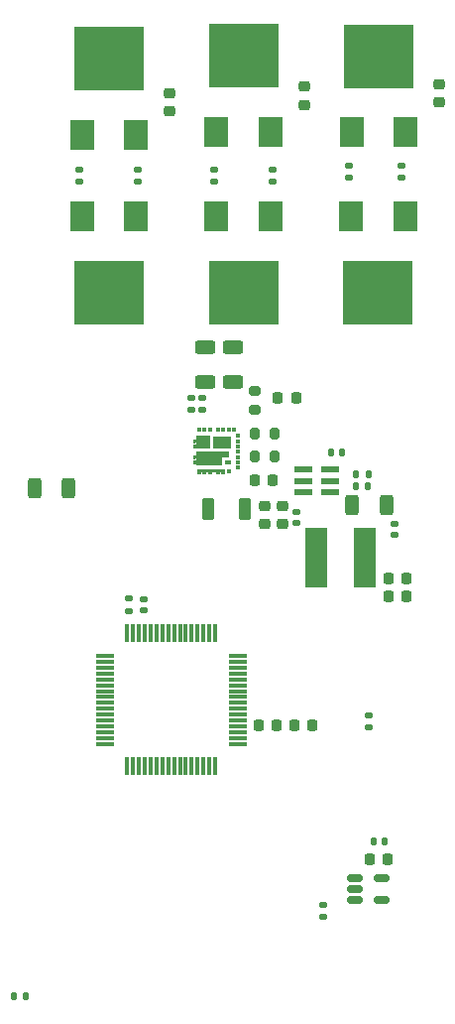
<source format=gbr>
%TF.GenerationSoftware,KiCad,Pcbnew,9.0.2*%
%TF.CreationDate,2025-08-16T18:35:03-07:00*%
%TF.ProjectId,Transmitter,5472616e-736d-4697-9474-65722e6b6963,rev?*%
%TF.SameCoordinates,Original*%
%TF.FileFunction,Paste,Top*%
%TF.FilePolarity,Positive*%
%FSLAX46Y46*%
G04 Gerber Fmt 4.6, Leading zero omitted, Abs format (unit mm)*
G04 Created by KiCad (PCBNEW 9.0.2) date 2025-08-16 18:35:03*
%MOMM*%
%LPD*%
G01*
G04 APERTURE LIST*
G04 Aperture macros list*
%AMRoundRect*
0 Rectangle with rounded corners*
0 $1 Rounding radius*
0 $2 $3 $4 $5 $6 $7 $8 $9 X,Y pos of 4 corners*
0 Add a 4 corners polygon primitive as box body*
4,1,4,$2,$3,$4,$5,$6,$7,$8,$9,$2,$3,0*
0 Add four circle primitives for the rounded corners*
1,1,$1+$1,$2,$3*
1,1,$1+$1,$4,$5*
1,1,$1+$1,$6,$7*
1,1,$1+$1,$8,$9*
0 Add four rect primitives between the rounded corners*
20,1,$1+$1,$2,$3,$4,$5,0*
20,1,$1+$1,$4,$5,$6,$7,0*
20,1,$1+$1,$6,$7,$8,$9,0*
20,1,$1+$1,$8,$9,$2,$3,0*%
G04 Aperture macros list end*
%ADD10C,0.000000*%
%ADD11RoundRect,0.218750X0.218750X0.256250X-0.218750X0.256250X-0.218750X-0.256250X0.218750X-0.256250X0*%
%ADD12RoundRect,0.073750X-0.651250X-0.221250X0.651250X-0.221250X0.651250X0.221250X-0.651250X0.221250X0*%
%ADD13RoundRect,0.250000X-0.625000X0.312500X-0.625000X-0.312500X0.625000X-0.312500X0.625000X0.312500X0*%
%ADD14RoundRect,0.250000X-0.312500X-0.625000X0.312500X-0.625000X0.312500X0.625000X-0.312500X0.625000X0*%
%ADD15RoundRect,0.250000X0.312500X0.625000X-0.312500X0.625000X-0.312500X-0.625000X0.312500X-0.625000X0*%
%ADD16RoundRect,0.225000X-0.225000X-0.250000X0.225000X-0.250000X0.225000X0.250000X-0.225000X0.250000X0*%
%ADD17RoundRect,0.225000X0.250000X-0.225000X0.250000X0.225000X-0.250000X0.225000X-0.250000X-0.225000X0*%
%ADD18RoundRect,0.225000X0.225000X0.250000X-0.225000X0.250000X-0.225000X-0.250000X0.225000X-0.250000X0*%
%ADD19RoundRect,0.140000X0.170000X-0.140000X0.170000X0.140000X-0.170000X0.140000X-0.170000X-0.140000X0*%
%ADD20RoundRect,0.140000X0.140000X0.170000X-0.140000X0.170000X-0.140000X-0.170000X0.140000X-0.170000X0*%
%ADD21R,2.000000X2.500000*%
%ADD22R,6.000000X5.500000*%
%ADD23RoundRect,0.225000X-0.250000X0.225000X-0.250000X-0.225000X0.250000X-0.225000X0.250000X0.225000X0*%
%ADD24RoundRect,0.200000X-0.275000X0.200000X-0.275000X-0.200000X0.275000X-0.200000X0.275000X0.200000X0*%
%ADD25RoundRect,0.135000X-0.185000X0.135000X-0.185000X-0.135000X0.185000X-0.135000X0.185000X0.135000X0*%
%ADD26RoundRect,0.135000X0.185000X-0.135000X0.185000X0.135000X-0.185000X0.135000X-0.185000X-0.135000X0*%
%ADD27RoundRect,0.200000X-0.200000X-0.275000X0.200000X-0.275000X0.200000X0.275000X-0.200000X0.275000X0*%
%ADD28RoundRect,0.075000X-0.700000X-0.075000X0.700000X-0.075000X0.700000X0.075000X-0.700000X0.075000X0*%
%ADD29RoundRect,0.075000X-0.075000X-0.700000X0.075000X-0.700000X0.075000X0.700000X-0.075000X0.700000X0*%
%ADD30RoundRect,0.250000X0.275000X0.700000X-0.275000X0.700000X-0.275000X-0.700000X0.275000X-0.700000X0*%
%ADD31RoundRect,0.150000X-0.512500X-0.150000X0.512500X-0.150000X0.512500X0.150000X-0.512500X0.150000X0*%
%ADD32RoundRect,0.135000X0.135000X0.185000X-0.135000X0.185000X-0.135000X-0.185000X0.135000X-0.185000X0*%
%ADD33R,1.900000X5.100000*%
%ADD34R,0.254000X0.304800*%
%ADD35R,0.304800X0.152400*%
%ADD36R,0.304800X0.457200*%
%ADD37R,0.457200X0.304800*%
%ADD38R,1.574800X1.050000*%
%ADD39C,0.127000*%
%ADD40R,0.580009X0.380009*%
G04 APERTURE END LIST*
D10*
%TO.C,U5*%
G36*
X108112411Y-70275005D02*
G01*
X106708407Y-70277401D01*
X106708407Y-69972601D01*
X106962407Y-69972601D01*
X106962407Y-69827399D01*
X106708407Y-69827399D01*
X106708407Y-69522599D01*
X106962407Y-69522599D01*
X106962401Y-69224995D01*
X108112411Y-69224995D01*
X108112411Y-70275005D01*
G37*
G36*
X109787405Y-70575501D02*
G01*
X109787405Y-71030492D01*
X109137393Y-71030492D01*
X109137406Y-71775490D01*
X106962404Y-71775490D01*
X106962407Y-71627401D01*
X106708407Y-71627401D01*
X106708407Y-71322601D01*
X106962407Y-71322601D01*
X106962407Y-71177399D01*
X106708407Y-71177399D01*
X106708407Y-70872599D01*
X106962407Y-70872599D01*
X106962404Y-70575492D01*
X109787405Y-70575501D01*
G37*
G36*
X109435976Y-72499993D02*
G01*
X109131176Y-72499993D01*
X109131176Y-72347593D01*
X108985888Y-72347593D01*
X108985888Y-72499993D01*
X108681088Y-72499993D01*
X108681088Y-72347593D01*
X108285712Y-72347593D01*
X108285712Y-72499993D01*
X107980912Y-72499993D01*
X107980912Y-72347593D01*
X107835624Y-72347593D01*
X107835624Y-72499993D01*
X107530824Y-72499993D01*
X107530824Y-72347593D01*
X107385536Y-72347593D01*
X107385536Y-72499993D01*
X107080736Y-72499993D01*
X107080736Y-72046400D01*
X109435976Y-72046400D01*
X109435976Y-72499993D01*
G37*
%TD*%
D11*
%TO.C,R20*%
X116887500Y-93960000D03*
X115312500Y-93960000D03*
%TD*%
%TO.C,D1*%
X113834500Y-93955000D03*
X112259500Y-93955000D03*
%TD*%
D12*
%TO.C,U4*%
X118400000Y-72100000D03*
X118400000Y-73050000D03*
X118400000Y-74000000D03*
X116090000Y-74000000D03*
X116090000Y-73050000D03*
X116090000Y-72100000D03*
%TD*%
D13*
%TO.C,R16*%
X110060000Y-61685000D03*
X110060000Y-64610000D03*
%TD*%
%TO.C,R15*%
X107750000Y-61690000D03*
X107750000Y-64615000D03*
%TD*%
D14*
%TO.C,R13*%
X93162500Y-73650000D03*
X96087500Y-73650000D03*
%TD*%
D15*
%TO.C,R11*%
X123192500Y-75160000D03*
X120267500Y-75160000D03*
%TD*%
D16*
%TO.C,C11*%
X124930000Y-81370000D03*
X123380000Y-81370000D03*
%TD*%
%TO.C,C12*%
X123360000Y-82900000D03*
X124910000Y-82900000D03*
%TD*%
D17*
%TO.C,C6*%
X114300000Y-76730000D03*
X114300000Y-75180000D03*
%TD*%
%TO.C,C5*%
X112790000Y-76730000D03*
X112790000Y-75180000D03*
%TD*%
D18*
%TO.C,C1*%
X123335000Y-105326000D03*
X121785000Y-105326000D03*
%TD*%
D19*
%TO.C,C3*%
X117820000Y-110220000D03*
X117820000Y-109260000D03*
%TD*%
D20*
%TO.C,C13*%
X119400000Y-70600000D03*
X118440000Y-70600000D03*
%TD*%
D21*
%TO.C,Q5*%
X113300000Y-50500000D03*
D22*
X111000000Y-57000000D03*
D21*
X108700000Y-50500000D03*
%TD*%
D23*
%TO.C,C9*%
X116200000Y-39425000D03*
X116200000Y-40975000D03*
%TD*%
D24*
%TO.C,R19*%
X112000000Y-65350000D03*
X112000000Y-67000000D03*
%TD*%
D16*
%TO.C,C19*%
X113950000Y-66000000D03*
X115500000Y-66000000D03*
%TD*%
D21*
%TO.C,Q6*%
X108700000Y-43300000D03*
D22*
X111000000Y-36800000D03*
D21*
X113300000Y-43300000D03*
%TD*%
D23*
%TO.C,C8*%
X104700000Y-39950000D03*
X104700000Y-41500000D03*
%TD*%
D25*
%TO.C,R1*%
X121730000Y-93080000D03*
X121730000Y-94100000D03*
%TD*%
D21*
%TO.C,Q3*%
X97200000Y-43500000D03*
D22*
X99500000Y-37000000D03*
D21*
X101800000Y-43500000D03*
%TD*%
D20*
%TO.C,C2*%
X123060000Y-103826000D03*
X122100000Y-103826000D03*
%TD*%
D26*
%TO.C,R3*%
X101200000Y-84140000D03*
X101200000Y-83120000D03*
%TD*%
%TO.C,R4*%
X101990000Y-47510000D03*
X101990000Y-46490000D03*
%TD*%
D27*
%TO.C,R17*%
X112000000Y-71000000D03*
X113650000Y-71000000D03*
%TD*%
D28*
%TO.C,U2*%
X99150000Y-88000000D03*
X99150000Y-88500000D03*
X99150000Y-89000000D03*
X99150000Y-89500000D03*
X99150000Y-90000000D03*
X99150000Y-90500000D03*
X99150000Y-91000000D03*
X99150000Y-91500000D03*
X99150000Y-92000000D03*
X99150000Y-92500000D03*
X99150000Y-93000000D03*
X99150000Y-93500000D03*
X99150000Y-94000000D03*
X99150000Y-94500000D03*
X99150000Y-95000000D03*
X99150000Y-95500000D03*
D29*
X101075000Y-97425000D03*
X101575000Y-97425000D03*
X102075000Y-97425000D03*
X102575000Y-97425000D03*
X103075000Y-97425000D03*
X103575000Y-97425000D03*
X104075000Y-97425000D03*
X104575000Y-97425000D03*
X105075000Y-97425000D03*
X105575000Y-97425000D03*
X106075000Y-97425000D03*
X106575000Y-97425000D03*
X107075000Y-97425000D03*
X107575000Y-97425000D03*
X108075000Y-97425000D03*
X108575000Y-97425000D03*
D28*
X110500000Y-95500000D03*
X110500000Y-95000000D03*
X110500000Y-94500000D03*
X110500000Y-94000000D03*
X110500000Y-93500000D03*
X110500000Y-93000000D03*
X110500000Y-92500000D03*
X110500000Y-92000000D03*
X110500000Y-91500000D03*
X110500000Y-91000000D03*
X110500000Y-90500000D03*
X110500000Y-90000000D03*
X110500000Y-89500000D03*
X110500000Y-89000000D03*
X110500000Y-88500000D03*
X110500000Y-88000000D03*
D29*
X108575000Y-86075000D03*
X108075000Y-86075000D03*
X107575000Y-86075000D03*
X107075000Y-86075000D03*
X106575000Y-86075000D03*
X106075000Y-86075000D03*
X105575000Y-86075000D03*
X105075000Y-86075000D03*
X104575000Y-86075000D03*
X104075000Y-86075000D03*
X103575000Y-86075000D03*
X103075000Y-86075000D03*
X102575000Y-86075000D03*
X102075000Y-86075000D03*
X101575000Y-86075000D03*
X101075000Y-86075000D03*
%TD*%
D30*
%TO.C,L2*%
X111150000Y-75500000D03*
X108000000Y-75500000D03*
%TD*%
D21*
%TO.C,Q9*%
X124800000Y-50500000D03*
D22*
X122500000Y-57000000D03*
D21*
X120200000Y-50500000D03*
%TD*%
D31*
%TO.C,U3*%
X120525000Y-106930000D03*
X120525000Y-107880000D03*
X120525000Y-108830000D03*
X122800000Y-108830000D03*
X122800000Y-106930000D03*
%TD*%
D26*
%TO.C,R8*%
X113500000Y-47520000D03*
X113500000Y-46500000D03*
%TD*%
D21*
%TO.C,Q1*%
X101800000Y-50500000D03*
D22*
X99500000Y-57000000D03*
D21*
X97200000Y-50500000D03*
%TD*%
D32*
%TO.C,R7*%
X121660000Y-72530000D03*
X120640000Y-72530000D03*
%TD*%
D16*
%TO.C,C21*%
X111950000Y-73000000D03*
X113500000Y-73000000D03*
%TD*%
D19*
%TO.C,C22*%
X106520000Y-66980000D03*
X106520000Y-66020000D03*
%TD*%
D33*
%TO.C,L1*%
X117200000Y-79600000D03*
X121400000Y-79600000D03*
%TD*%
D19*
%TO.C,C14*%
X123900000Y-77680000D03*
X123900000Y-76720000D03*
%TD*%
D25*
%TO.C,R9*%
X108500000Y-46500000D03*
X108500000Y-47520000D03*
%TD*%
D32*
%TO.C,R10*%
X121650000Y-73500000D03*
X120630000Y-73500000D03*
%TD*%
D34*
%TO.C,U5*%
X106835407Y-69674999D03*
X106835407Y-70125001D03*
X106835407Y-71024999D03*
X106835407Y-71475001D03*
D35*
X107233136Y-72423793D03*
X107683224Y-72423793D03*
X108133312Y-72423793D03*
X108833488Y-72423793D03*
X109283576Y-72423793D03*
D36*
X109733664Y-72275000D03*
D37*
X110483400Y-71925000D03*
X110483400Y-71475001D03*
X110483400Y-71024999D03*
X110483400Y-70575000D03*
X110483400Y-70125001D03*
X110483400Y-69674999D03*
X110483400Y-69225000D03*
D36*
X110183664Y-68725000D03*
X109733576Y-68725000D03*
X109283488Y-68725000D03*
X108833400Y-68725000D03*
X108133312Y-68725000D03*
X107683224Y-68725000D03*
X107233136Y-68725000D03*
D38*
X109167400Y-69750000D03*
D39*
X107565400Y-69738000D03*
X108073400Y-71135000D03*
D40*
X109664786Y-71490000D03*
%TD*%
D25*
%TO.C,R5*%
X120000000Y-46200000D03*
X120000000Y-47220000D03*
%TD*%
D23*
%TO.C,C10*%
X127700000Y-39195000D03*
X127700000Y-40745000D03*
%TD*%
D32*
%TO.C,R2*%
X92420000Y-117000000D03*
X91400000Y-117000000D03*
%TD*%
D25*
%TO.C,R6*%
X96990000Y-46490000D03*
X96990000Y-47510000D03*
%TD*%
D19*
%TO.C,C4*%
X102500000Y-84100000D03*
X102500000Y-83140000D03*
%TD*%
D26*
%TO.C,R12*%
X124490000Y-47220000D03*
X124490000Y-46200000D03*
%TD*%
D25*
%TO.C,R18*%
X107500000Y-65990000D03*
X107500000Y-67010000D03*
%TD*%
D27*
%TO.C,R14*%
X112000000Y-69000000D03*
X113650000Y-69000000D03*
%TD*%
D19*
%TO.C,C7*%
X115520000Y-76680000D03*
X115520000Y-75720000D03*
%TD*%
D21*
%TO.C,Q10*%
X120230000Y-43320000D03*
D22*
X122530000Y-36820000D03*
D21*
X124830000Y-43320000D03*
%TD*%
M02*

</source>
